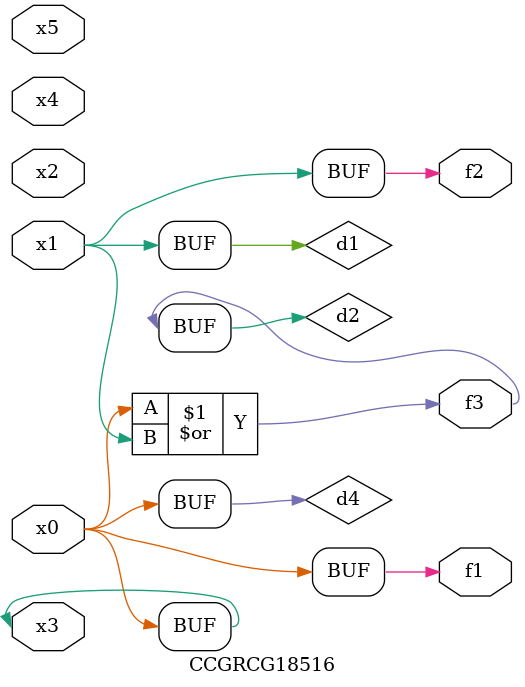
<source format=v>
module CCGRCG18516(
	input x0, x1, x2, x3, x4, x5,
	output f1, f2, f3
);

	wire d1, d2, d3, d4;

	and (d1, x1);
	or (d2, x0, x1);
	nand (d3, x0, x5);
	buf (d4, x0, x3);
	assign f1 = d4;
	assign f2 = d1;
	assign f3 = d2;
endmodule

</source>
